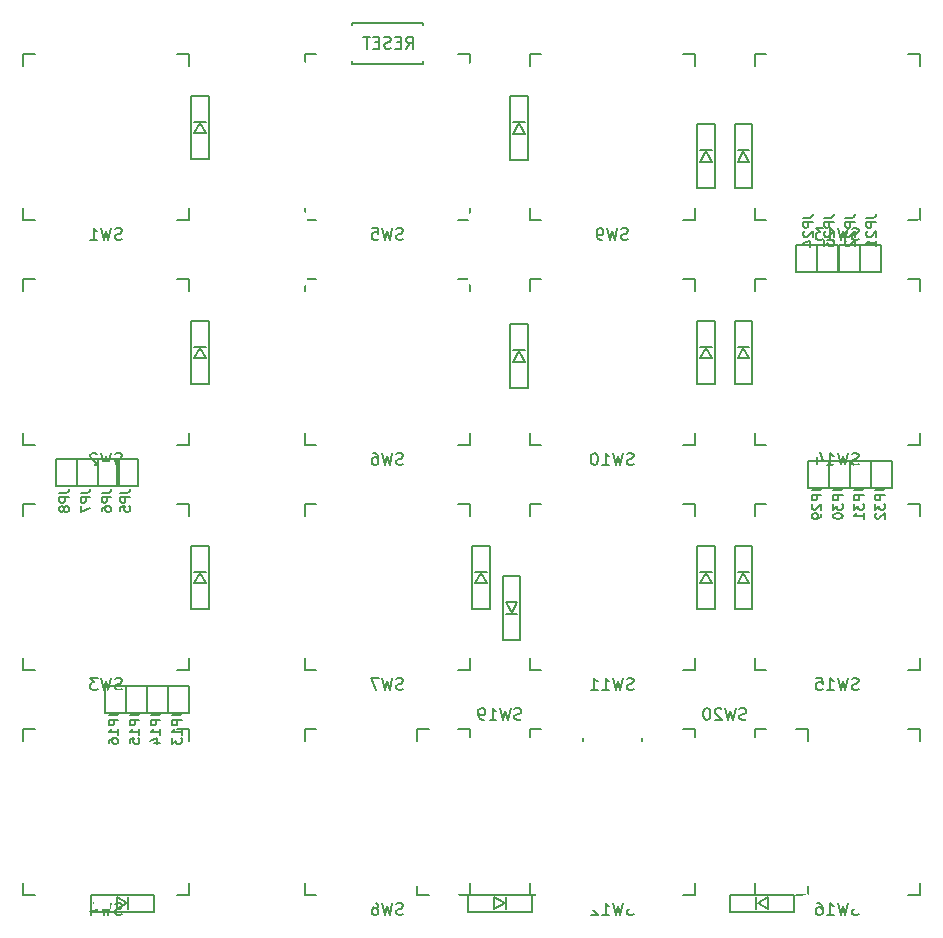
<source format=gbo>
G04 #@! TF.GenerationSoftware,KiCad,Pcbnew,5.1.4+dfsg1-1*
G04 #@! TF.CreationDate,2020-03-28T17:11:53+01:00*
G04 #@! TF.ProjectId,roni4x4ergo,726f6e69-3478-4346-9572-676f2e6b6963,rev?*
G04 #@! TF.SameCoordinates,Original*
G04 #@! TF.FileFunction,Legend,Bot*
G04 #@! TF.FilePolarity,Positive*
%FSLAX46Y46*%
G04 Gerber Fmt 4.6, Leading zero omitted, Abs format (unit mm)*
G04 Created by KiCad (PCBNEW 5.1.4+dfsg1-1) date 2020-03-28 17:11:53*
%MOMM*%
%LPD*%
G04 APERTURE LIST*
%ADD10C,0.150000*%
%ADD11C,0.152400*%
%ADD12R,1.702000X1.702000*%
%ADD13R,1.052000X1.402000*%
%ADD14R,1.499000X1.499000*%
%ADD15C,1.499000*%
%ADD16C,4.089800*%
%ADD17C,3.150000*%
%ADD18C,4.502000*%
%ADD19R,1.245000X0.737000*%
%ADD20C,2.102000*%
%ADD21R,1.402000X1.052000*%
%ADD22C,2.388000*%
%ADD23C,1.803800*%
%ADD24C,1.626000*%
G04 APERTURE END LIST*
D10*
X84131900Y-59127500D02*
X84631900Y-60027500D01*
X84631900Y-60027500D02*
X83631900Y-60027500D01*
X83631900Y-60027500D02*
X84131900Y-59127500D01*
X84631900Y-59027500D02*
X83631900Y-59027500D01*
X84881900Y-62227500D02*
X84881900Y-56827500D01*
X84881900Y-56827500D02*
X83381900Y-56827500D01*
X83381900Y-56827500D02*
X83381900Y-62227500D01*
X83381900Y-62227500D02*
X84881900Y-62227500D01*
X78875146Y-51744690D02*
X78875146Y-49458690D01*
X78875146Y-49458690D02*
X77097146Y-49458690D01*
X77097146Y-49458690D02*
X77097146Y-51744690D01*
X77097146Y-51744690D02*
X78875146Y-51744690D01*
X75509642Y-51744690D02*
X77287642Y-51744690D01*
X75509642Y-49458690D02*
X75509642Y-51744690D01*
X77287642Y-49458690D02*
X75509642Y-49458690D01*
X77287642Y-51744690D02*
X77287642Y-49458690D01*
X75501700Y-51744690D02*
X75501700Y-49458690D01*
X75501700Y-49458690D02*
X73723700Y-49458690D01*
X73723700Y-49458690D02*
X73723700Y-51744690D01*
X73723700Y-51744690D02*
X75501700Y-51744690D01*
X71937758Y-51744690D02*
X73715758Y-51744690D01*
X71937758Y-49458690D02*
X71937758Y-51744690D01*
X73715758Y-49458690D02*
X71937758Y-49458690D01*
X73715758Y-51744690D02*
X73715758Y-49458690D01*
X83240782Y-70993176D02*
X83240782Y-68707176D01*
X83240782Y-68707176D02*
X81462782Y-68707176D01*
X81462782Y-68707176D02*
X81462782Y-70993176D01*
X81462782Y-70993176D02*
X83240782Y-70993176D01*
X79676840Y-70993176D02*
X81454840Y-70993176D01*
X79676840Y-68707176D02*
X79676840Y-70993176D01*
X81454840Y-68707176D02*
X79676840Y-68707176D01*
X81454840Y-70993176D02*
X81454840Y-68707176D01*
X79668898Y-70993176D02*
X79668898Y-68707176D01*
X79668898Y-68707176D02*
X77890898Y-68707176D01*
X77890898Y-68707176D02*
X77890898Y-70993176D01*
X77890898Y-70993176D02*
X79668898Y-70993176D01*
X76104956Y-70993176D02*
X77882956Y-70993176D01*
X76104956Y-68707176D02*
X76104956Y-70993176D01*
X77882956Y-68707176D02*
X76104956Y-68707176D01*
X77882956Y-70993176D02*
X77882956Y-68707176D01*
X141779980Y-31400832D02*
X140001980Y-31400832D01*
X141779980Y-33686832D02*
X141779980Y-31400832D01*
X140001980Y-33686832D02*
X141779980Y-33686832D01*
X140001980Y-31400832D02*
X140001980Y-33686832D01*
X138216038Y-31400832D02*
X138216038Y-33686832D01*
X138216038Y-33686832D02*
X139994038Y-33686832D01*
X139994038Y-33686832D02*
X139994038Y-31400832D01*
X139994038Y-31400832D02*
X138216038Y-31400832D01*
X136430096Y-31400832D02*
X136430096Y-33686832D01*
X136430096Y-33686832D02*
X138208096Y-33686832D01*
X138208096Y-33686832D02*
X138208096Y-31400832D01*
X138208096Y-31400832D02*
X136430096Y-31400832D01*
X136422154Y-31400832D02*
X134644154Y-31400832D01*
X136422154Y-33686832D02*
X136422154Y-31400832D01*
X134644154Y-33686832D02*
X136422154Y-33686832D01*
X134644154Y-31400832D02*
X134644154Y-33686832D01*
X135636344Y-51943128D02*
X137414344Y-51943128D01*
X135636344Y-49657128D02*
X135636344Y-51943128D01*
X137414344Y-49657128D02*
X135636344Y-49657128D01*
X137414344Y-51943128D02*
X137414344Y-49657128D01*
X137422286Y-51943128D02*
X139200286Y-51943128D01*
X137422286Y-49657128D02*
X137422286Y-51943128D01*
X139200286Y-49657128D02*
X137422286Y-49657128D01*
X139200286Y-51943128D02*
X139200286Y-49657128D01*
X140986228Y-51943128D02*
X140986228Y-49657128D01*
X140986228Y-49657128D02*
X139208228Y-49657128D01*
X139208228Y-49657128D02*
X139208228Y-51943128D01*
X139208228Y-51943128D02*
X140986228Y-51943128D01*
X140994170Y-51943128D02*
X142772170Y-51943128D01*
X140994170Y-49657128D02*
X140994170Y-51943128D01*
X142772170Y-49657128D02*
X140994170Y-49657128D01*
X142772170Y-51943128D02*
X142772170Y-49657128D01*
X103012500Y-15786600D02*
X103012500Y-16036600D01*
X103012500Y-16036600D02*
X97012500Y-16036600D01*
X97012500Y-16036600D02*
X97012500Y-15786600D01*
X97012500Y-12786600D02*
X97012500Y-12536600D01*
X97012500Y-12536600D02*
X103012500Y-12536600D01*
X103012500Y-12536600D02*
X103012500Y-12786600D01*
X84131900Y-21029900D02*
X84631900Y-21929900D01*
X84631900Y-21929900D02*
X83631900Y-21929900D01*
X83631900Y-21929900D02*
X84131900Y-21029900D01*
X84631900Y-20929900D02*
X83631900Y-20929900D01*
X84881900Y-24129900D02*
X84881900Y-18729900D01*
X84881900Y-18729900D02*
X83381900Y-18729900D01*
X83381900Y-18729900D02*
X83381900Y-24129900D01*
X83381900Y-24129900D02*
X84881900Y-24129900D01*
X84131900Y-40078700D02*
X84631900Y-40978700D01*
X84631900Y-40978700D02*
X83631900Y-40978700D01*
X83631900Y-40978700D02*
X84131900Y-40078700D01*
X84631900Y-39978700D02*
X83631900Y-39978700D01*
X84881900Y-43178700D02*
X84881900Y-37778700D01*
X84881900Y-37778700D02*
X83381900Y-37778700D01*
X83381900Y-37778700D02*
X83381900Y-43178700D01*
X83381900Y-43178700D02*
X84881900Y-43178700D01*
X77989258Y-87114282D02*
X77089258Y-87614282D01*
X77089258Y-87614282D02*
X77089258Y-86614282D01*
X77089258Y-86614282D02*
X77989258Y-87114282D01*
X78089258Y-87614282D02*
X78089258Y-86614282D01*
X74889258Y-87864282D02*
X80289258Y-87864282D01*
X80289258Y-87864282D02*
X80289258Y-86364282D01*
X80289258Y-86364282D02*
X74889258Y-86364282D01*
X74889258Y-86364282D02*
X74889258Y-87864282D01*
X110420750Y-24180450D02*
X111920750Y-24180450D01*
X110420750Y-18780450D02*
X110420750Y-24180450D01*
X111920750Y-18780450D02*
X110420750Y-18780450D01*
X111920750Y-24180450D02*
X111920750Y-18780450D01*
X111670750Y-20980450D02*
X110670750Y-20980450D01*
X110670750Y-21980450D02*
X111170750Y-21080450D01*
X111670750Y-21980450D02*
X110670750Y-21980450D01*
X111170750Y-21080450D02*
X111670750Y-21980450D01*
X110420750Y-43441300D02*
X111920750Y-43441300D01*
X110420750Y-38041300D02*
X110420750Y-43441300D01*
X111920750Y-38041300D02*
X110420750Y-38041300D01*
X111920750Y-43441300D02*
X111920750Y-38041300D01*
X111670750Y-40241300D02*
X110670750Y-40241300D01*
X110670750Y-41241300D02*
X111170750Y-40341300D01*
X111670750Y-41241300D02*
X110670750Y-41241300D01*
X111170750Y-40341300D02*
X111670750Y-41241300D01*
X107193200Y-62227500D02*
X108693200Y-62227500D01*
X107193200Y-56827500D02*
X107193200Y-62227500D01*
X108693200Y-56827500D02*
X107193200Y-56827500D01*
X108693200Y-62227500D02*
X108693200Y-56827500D01*
X108443200Y-59027500D02*
X107443200Y-59027500D01*
X107443200Y-60027500D02*
X107943200Y-59127500D01*
X108443200Y-60027500D02*
X107443200Y-60027500D01*
X107943200Y-59127500D02*
X108443200Y-60027500D01*
X106837776Y-86364282D02*
X106837776Y-87864282D01*
X112237776Y-86364282D02*
X106837776Y-86364282D01*
X112237776Y-87864282D02*
X112237776Y-86364282D01*
X106837776Y-87864282D02*
X112237776Y-87864282D01*
X110037776Y-87614282D02*
X110037776Y-86614282D01*
X109037776Y-86614282D02*
X109937776Y-87114282D01*
X109037776Y-87614282D02*
X109037776Y-86614282D01*
X109937776Y-87114282D02*
X109037776Y-87614282D01*
X126992000Y-23411150D02*
X127492000Y-24311150D01*
X127492000Y-24311150D02*
X126492000Y-24311150D01*
X126492000Y-24311150D02*
X126992000Y-23411150D01*
X127492000Y-23311150D02*
X126492000Y-23311150D01*
X127742000Y-26511150D02*
X127742000Y-21111150D01*
X127742000Y-21111150D02*
X126242000Y-21111150D01*
X126242000Y-21111150D02*
X126242000Y-26511150D01*
X126242000Y-26511150D02*
X127742000Y-26511150D01*
X126992000Y-40078700D02*
X127492000Y-40978700D01*
X127492000Y-40978700D02*
X126492000Y-40978700D01*
X126492000Y-40978700D02*
X126992000Y-40078700D01*
X127492000Y-39978700D02*
X126492000Y-39978700D01*
X127742000Y-43178700D02*
X127742000Y-37778700D01*
X127742000Y-37778700D02*
X126242000Y-37778700D01*
X126242000Y-37778700D02*
X126242000Y-43178700D01*
X126242000Y-43178700D02*
X127742000Y-43178700D01*
X126992000Y-59127500D02*
X127492000Y-60027500D01*
X127492000Y-60027500D02*
X126492000Y-60027500D01*
X126492000Y-60027500D02*
X126992000Y-59127500D01*
X127492000Y-59027500D02*
X126492000Y-59027500D01*
X127742000Y-62227500D02*
X127742000Y-56827500D01*
X127742000Y-56827500D02*
X126242000Y-56827500D01*
X126242000Y-56827500D02*
X126242000Y-62227500D01*
X126242000Y-62227500D02*
X127742000Y-62227500D01*
X111279966Y-59411094D02*
X109779966Y-59411094D01*
X111279966Y-64811094D02*
X111279966Y-59411094D01*
X109779966Y-64811094D02*
X111279966Y-64811094D01*
X109779966Y-59411094D02*
X109779966Y-64811094D01*
X110029966Y-62611094D02*
X111029966Y-62611094D01*
X111029966Y-61611094D02*
X110529966Y-62511094D01*
X110029966Y-61611094D02*
X111029966Y-61611094D01*
X110529966Y-62511094D02*
X110029966Y-61611094D01*
X129416800Y-26511150D02*
X130916800Y-26511150D01*
X129416800Y-21111150D02*
X129416800Y-26511150D01*
X130916800Y-21111150D02*
X129416800Y-21111150D01*
X130916800Y-26511150D02*
X130916800Y-21111150D01*
X130666800Y-23311150D02*
X129666800Y-23311150D01*
X129666800Y-24311150D02*
X130166800Y-23411150D01*
X130666800Y-24311150D02*
X129666800Y-24311150D01*
X130166800Y-23411150D02*
X130666800Y-24311150D01*
X129416800Y-43178700D02*
X130916800Y-43178700D01*
X129416800Y-37778700D02*
X129416800Y-43178700D01*
X130916800Y-37778700D02*
X129416800Y-37778700D01*
X130916800Y-43178700D02*
X130916800Y-37778700D01*
X130666800Y-39978700D02*
X129666800Y-39978700D01*
X129666800Y-40978700D02*
X130166800Y-40078700D01*
X130666800Y-40978700D02*
X129666800Y-40978700D01*
X130166800Y-40078700D02*
X130666800Y-40978700D01*
X129416800Y-62227500D02*
X130916800Y-62227500D01*
X129416800Y-56827500D02*
X129416800Y-62227500D01*
X130916800Y-56827500D02*
X129416800Y-56827500D01*
X130916800Y-62227500D02*
X130916800Y-56827500D01*
X130666800Y-59027500D02*
X129666800Y-59027500D01*
X129666800Y-60027500D02*
X130166800Y-59127500D01*
X130666800Y-60027500D02*
X129666800Y-60027500D01*
X130166800Y-59127500D02*
X130666800Y-60027500D01*
X131362832Y-87114282D02*
X132262832Y-86614282D01*
X132262832Y-86614282D02*
X132262832Y-87614282D01*
X132262832Y-87614282D02*
X131362832Y-87114282D01*
X131262832Y-86614282D02*
X131262832Y-87614282D01*
X134462832Y-86364282D02*
X129062832Y-86364282D01*
X129062832Y-86364282D02*
X129062832Y-87864282D01*
X129062832Y-87864282D02*
X134462832Y-87864282D01*
X134462832Y-87864282D02*
X134462832Y-86364282D01*
X83194900Y-28223600D02*
X83194900Y-29223600D01*
X83194900Y-15223600D02*
X83194900Y-16223600D01*
X82194900Y-15223600D02*
X83194900Y-15223600D01*
X69194900Y-16223600D02*
X69194900Y-15223600D01*
X69194900Y-15223600D02*
X70194900Y-15223600D01*
X69194900Y-29223600D02*
X69194900Y-28223600D01*
X70194900Y-29223600D02*
X69194900Y-29223600D01*
X83194900Y-29223600D02*
X82194900Y-29223600D01*
X83194900Y-48272400D02*
X82194900Y-48272400D01*
X70194900Y-48272400D02*
X69194900Y-48272400D01*
X69194900Y-48272400D02*
X69194900Y-47272400D01*
X69194900Y-34272400D02*
X70194900Y-34272400D01*
X69194900Y-35272400D02*
X69194900Y-34272400D01*
X82194900Y-34272400D02*
X83194900Y-34272400D01*
X83194900Y-34272400D02*
X83194900Y-35272400D01*
X83194900Y-47272400D02*
X83194900Y-48272400D01*
X83194900Y-66321200D02*
X83194900Y-67321200D01*
X83194900Y-53321200D02*
X83194900Y-54321200D01*
X82194900Y-53321200D02*
X83194900Y-53321200D01*
X69194900Y-54321200D02*
X69194900Y-53321200D01*
X69194900Y-53321200D02*
X70194900Y-53321200D01*
X69194900Y-67321200D02*
X69194900Y-66321200D01*
X70194900Y-67321200D02*
X69194900Y-67321200D01*
X83194900Y-67321200D02*
X82194900Y-67321200D01*
X83194900Y-85370000D02*
X83194900Y-86370000D01*
X83194900Y-72370000D02*
X83194900Y-73370000D01*
X82194900Y-72370000D02*
X83194900Y-72370000D01*
X69194900Y-73370000D02*
X69194900Y-72370000D01*
X69194900Y-72370000D02*
X70194900Y-72370000D01*
X69194900Y-86370000D02*
X69194900Y-85370000D01*
X70194900Y-86370000D02*
X69194900Y-86370000D01*
X83194900Y-86370000D02*
X82194900Y-86370000D01*
X107006200Y-28223600D02*
X107006200Y-29223600D01*
X107006200Y-15223600D02*
X107006200Y-16223600D01*
X106006200Y-15223600D02*
X107006200Y-15223600D01*
X93006200Y-16223600D02*
X93006200Y-15223600D01*
X93006200Y-15223600D02*
X94006200Y-15223600D01*
X93006200Y-29223600D02*
X93006200Y-28223600D01*
X94006200Y-29223600D02*
X93006200Y-29223600D01*
X107006200Y-29223600D02*
X106006200Y-29223600D01*
X107006200Y-48272400D02*
X106006200Y-48272400D01*
X94006200Y-48272400D02*
X93006200Y-48272400D01*
X93006200Y-48272400D02*
X93006200Y-47272400D01*
X93006200Y-34272400D02*
X94006200Y-34272400D01*
X93006200Y-35272400D02*
X93006200Y-34272400D01*
X106006200Y-34272400D02*
X107006200Y-34272400D01*
X107006200Y-34272400D02*
X107006200Y-35272400D01*
X107006200Y-47272400D02*
X107006200Y-48272400D01*
X107006200Y-67321200D02*
X106006200Y-67321200D01*
X94006200Y-67321200D02*
X93006200Y-67321200D01*
X93006200Y-67321200D02*
X93006200Y-66321200D01*
X93006200Y-53321200D02*
X94006200Y-53321200D01*
X93006200Y-54321200D02*
X93006200Y-53321200D01*
X106006200Y-53321200D02*
X107006200Y-53321200D01*
X107006200Y-53321200D02*
X107006200Y-54321200D01*
X107006200Y-66321200D02*
X107006200Y-67321200D01*
X107006200Y-86370000D02*
X106006200Y-86370000D01*
X94006200Y-86370000D02*
X93006200Y-86370000D01*
X93006200Y-86370000D02*
X93006200Y-85370000D01*
X93006200Y-72370000D02*
X94006200Y-72370000D01*
X93006200Y-73370000D02*
X93006200Y-72370000D01*
X106006200Y-72370000D02*
X107006200Y-72370000D01*
X107006200Y-72370000D02*
X107006200Y-73370000D01*
X107006200Y-85370000D02*
X107006200Y-86370000D01*
X126055000Y-29223600D02*
X125055000Y-29223600D01*
X113055000Y-29223600D02*
X112055000Y-29223600D01*
X112055000Y-29223600D02*
X112055000Y-28223600D01*
X112055000Y-15223600D02*
X113055000Y-15223600D01*
X112055000Y-16223600D02*
X112055000Y-15223600D01*
X125055000Y-15223600D02*
X126055000Y-15223600D01*
X126055000Y-15223600D02*
X126055000Y-16223600D01*
X126055000Y-28223600D02*
X126055000Y-29223600D01*
X126055000Y-47272400D02*
X126055000Y-48272400D01*
X126055000Y-34272400D02*
X126055000Y-35272400D01*
X125055000Y-34272400D02*
X126055000Y-34272400D01*
X112055000Y-35272400D02*
X112055000Y-34272400D01*
X112055000Y-34272400D02*
X113055000Y-34272400D01*
X112055000Y-48272400D02*
X112055000Y-47272400D01*
X113055000Y-48272400D02*
X112055000Y-48272400D01*
X126055000Y-48272400D02*
X125055000Y-48272400D01*
X126055000Y-66321200D02*
X126055000Y-67321200D01*
X126055000Y-53321200D02*
X126055000Y-54321200D01*
X125055000Y-53321200D02*
X126055000Y-53321200D01*
X112055000Y-54321200D02*
X112055000Y-53321200D01*
X112055000Y-53321200D02*
X113055000Y-53321200D01*
X112055000Y-67321200D02*
X112055000Y-66321200D01*
X113055000Y-67321200D02*
X112055000Y-67321200D01*
X126055000Y-67321200D02*
X125055000Y-67321200D01*
X126055000Y-85370000D02*
X126055000Y-86370000D01*
X126055000Y-72370000D02*
X126055000Y-73370000D01*
X125055000Y-72370000D02*
X126055000Y-72370000D01*
X112055000Y-73370000D02*
X112055000Y-72370000D01*
X112055000Y-72370000D02*
X113055000Y-72370000D01*
X112055000Y-86370000D02*
X112055000Y-85370000D01*
X113055000Y-86370000D02*
X112055000Y-86370000D01*
X126055000Y-86370000D02*
X125055000Y-86370000D01*
X145103800Y-28223600D02*
X145103800Y-29223600D01*
X145103800Y-15223600D02*
X145103800Y-16223600D01*
X144103800Y-15223600D02*
X145103800Y-15223600D01*
X131103800Y-16223600D02*
X131103800Y-15223600D01*
X131103800Y-15223600D02*
X132103800Y-15223600D01*
X131103800Y-29223600D02*
X131103800Y-28223600D01*
X132103800Y-29223600D02*
X131103800Y-29223600D01*
X145103800Y-29223600D02*
X144103800Y-29223600D01*
X145103800Y-48272400D02*
X144103800Y-48272400D01*
X132103800Y-48272400D02*
X131103800Y-48272400D01*
X131103800Y-48272400D02*
X131103800Y-47272400D01*
X131103800Y-34272400D02*
X132103800Y-34272400D01*
X131103800Y-35272400D02*
X131103800Y-34272400D01*
X144103800Y-34272400D02*
X145103800Y-34272400D01*
X145103800Y-34272400D02*
X145103800Y-35272400D01*
X145103800Y-47272400D02*
X145103800Y-48272400D01*
X145103800Y-67321200D02*
X144103800Y-67321200D01*
X132103800Y-67321200D02*
X131103800Y-67321200D01*
X131103800Y-67321200D02*
X131103800Y-66321200D01*
X131103800Y-53321200D02*
X132103800Y-53321200D01*
X131103800Y-54321200D02*
X131103800Y-53321200D01*
X144103800Y-53321200D02*
X145103800Y-53321200D01*
X145103800Y-53321200D02*
X145103800Y-54321200D01*
X145103800Y-66321200D02*
X145103800Y-67321200D01*
X145103800Y-86370000D02*
X144103800Y-86370000D01*
X132103800Y-86370000D02*
X131103800Y-86370000D01*
X131103800Y-86370000D02*
X131103800Y-85370000D01*
X131103800Y-72370000D02*
X132103800Y-72370000D01*
X131103800Y-73370000D02*
X131103800Y-72370000D01*
X144103800Y-72370000D02*
X145103800Y-72370000D01*
X145103800Y-72370000D02*
X145103800Y-73370000D01*
X145103800Y-85370000D02*
X145103800Y-86370000D01*
X102537776Y-73375200D02*
X102537776Y-72375200D01*
X102537776Y-86375200D02*
X102537776Y-85375200D01*
X103537776Y-86375200D02*
X102537776Y-86375200D01*
X116537776Y-85375200D02*
X116537776Y-86375200D01*
X116537776Y-86375200D02*
X115537776Y-86375200D01*
X116537776Y-72375200D02*
X116537776Y-73375200D01*
X115537776Y-72375200D02*
X116537776Y-72375200D01*
X102537776Y-72375200D02*
X103537776Y-72375200D01*
X121587824Y-73375200D02*
X121587824Y-72375200D01*
X121587824Y-86375200D02*
X121587824Y-85375200D01*
X122587824Y-86375200D02*
X121587824Y-86375200D01*
X135587824Y-85375200D02*
X135587824Y-86375200D01*
X135587824Y-86375200D02*
X134587824Y-86375200D01*
X135587824Y-72375200D02*
X135587824Y-73375200D01*
X134587824Y-72375200D02*
X135587824Y-72375200D01*
X121587824Y-72375200D02*
X122587824Y-72375200D01*
D11*
X77414041Y-52337356D02*
X77994612Y-52337356D01*
X78110726Y-52298651D01*
X78188136Y-52221242D01*
X78226841Y-52105128D01*
X78226841Y-52027718D01*
X78226841Y-52724404D02*
X77414041Y-52724404D01*
X77414041Y-53034042D01*
X77452746Y-53111451D01*
X77491450Y-53150156D01*
X77568860Y-53188861D01*
X77684974Y-53188861D01*
X77762384Y-53150156D01*
X77801088Y-53111451D01*
X77839793Y-53034042D01*
X77839793Y-52724404D01*
X77414041Y-53924251D02*
X77414041Y-53537204D01*
X77801088Y-53498499D01*
X77762384Y-53537204D01*
X77723679Y-53614613D01*
X77723679Y-53808137D01*
X77762384Y-53885547D01*
X77801088Y-53924251D01*
X77878498Y-53962956D01*
X78072022Y-53962956D01*
X78149431Y-53924251D01*
X78188136Y-53885547D01*
X78226841Y-53808137D01*
X78226841Y-53614613D01*
X78188136Y-53537204D01*
X78149431Y-53498499D01*
X75826537Y-52337356D02*
X76407108Y-52337356D01*
X76523222Y-52298651D01*
X76600632Y-52221242D01*
X76639337Y-52105128D01*
X76639337Y-52027718D01*
X76639337Y-52724404D02*
X75826537Y-52724404D01*
X75826537Y-53034042D01*
X75865242Y-53111451D01*
X75903946Y-53150156D01*
X75981356Y-53188861D01*
X76097470Y-53188861D01*
X76174880Y-53150156D01*
X76213584Y-53111451D01*
X76252289Y-53034042D01*
X76252289Y-52724404D01*
X75826537Y-53885547D02*
X75826537Y-53730728D01*
X75865242Y-53653318D01*
X75903946Y-53614613D01*
X76020061Y-53537204D01*
X76174880Y-53498499D01*
X76484518Y-53498499D01*
X76561927Y-53537204D01*
X76600632Y-53575909D01*
X76639337Y-53653318D01*
X76639337Y-53808137D01*
X76600632Y-53885547D01*
X76561927Y-53924251D01*
X76484518Y-53962956D01*
X76290994Y-53962956D01*
X76213584Y-53924251D01*
X76174880Y-53885547D01*
X76136175Y-53808137D01*
X76136175Y-53653318D01*
X76174880Y-53575909D01*
X76213584Y-53537204D01*
X76290994Y-53498499D01*
X74040595Y-52337356D02*
X74621166Y-52337356D01*
X74737280Y-52298651D01*
X74814690Y-52221242D01*
X74853395Y-52105128D01*
X74853395Y-52027718D01*
X74853395Y-52724404D02*
X74040595Y-52724404D01*
X74040595Y-53034042D01*
X74079300Y-53111451D01*
X74118004Y-53150156D01*
X74195414Y-53188861D01*
X74311528Y-53188861D01*
X74388938Y-53150156D01*
X74427642Y-53111451D01*
X74466347Y-53034042D01*
X74466347Y-52724404D01*
X74040595Y-53459794D02*
X74040595Y-54001661D01*
X74853395Y-53653318D01*
X72254653Y-52337356D02*
X72835224Y-52337356D01*
X72951338Y-52298651D01*
X73028748Y-52221242D01*
X73067453Y-52105128D01*
X73067453Y-52027718D01*
X73067453Y-52724404D02*
X72254653Y-52724404D01*
X72254653Y-53034042D01*
X72293358Y-53111451D01*
X72332062Y-53150156D01*
X72409472Y-53188861D01*
X72525586Y-53188861D01*
X72602996Y-53150156D01*
X72641700Y-53111451D01*
X72680405Y-53034042D01*
X72680405Y-52724404D01*
X72602996Y-53653318D02*
X72564291Y-53575909D01*
X72525586Y-53537204D01*
X72448177Y-53498499D01*
X72409472Y-53498499D01*
X72332062Y-53537204D01*
X72293358Y-53575909D01*
X72254653Y-53653318D01*
X72254653Y-53808137D01*
X72293358Y-53885547D01*
X72332062Y-53924251D01*
X72409472Y-53962956D01*
X72448177Y-53962956D01*
X72525586Y-53924251D01*
X72564291Y-53885547D01*
X72602996Y-53808137D01*
X72602996Y-53653318D01*
X72641700Y-53575909D01*
X72680405Y-53537204D01*
X72757815Y-53498499D01*
X72912634Y-53498499D01*
X72990043Y-53537204D01*
X73028748Y-53575909D01*
X73067453Y-53653318D01*
X73067453Y-53808137D01*
X73028748Y-53885547D01*
X72990043Y-53924251D01*
X72912634Y-53962956D01*
X72757815Y-53962956D01*
X72680405Y-53924251D01*
X72641700Y-53885547D01*
X72602996Y-53808137D01*
X81779677Y-71198795D02*
X82360248Y-71198795D01*
X82476362Y-71160090D01*
X82553772Y-71082680D01*
X82592477Y-70966566D01*
X82592477Y-70889156D01*
X82592477Y-71585842D02*
X81779677Y-71585842D01*
X81779677Y-71895480D01*
X81818382Y-71972890D01*
X81857086Y-72011595D01*
X81934496Y-72050299D01*
X82050610Y-72050299D01*
X82128020Y-72011595D01*
X82166724Y-71972890D01*
X82205429Y-71895480D01*
X82205429Y-71585842D01*
X82592477Y-72824395D02*
X82592477Y-72359937D01*
X82592477Y-72592166D02*
X81779677Y-72592166D01*
X81895791Y-72514756D01*
X81973201Y-72437347D01*
X82011905Y-72359937D01*
X81779677Y-73095328D02*
X81779677Y-73598490D01*
X82089315Y-73327556D01*
X82089315Y-73443671D01*
X82128020Y-73521080D01*
X82166724Y-73559785D01*
X82244134Y-73598490D01*
X82437658Y-73598490D01*
X82515067Y-73559785D01*
X82553772Y-73521080D01*
X82592477Y-73443671D01*
X82592477Y-73211442D01*
X82553772Y-73134033D01*
X82515067Y-73095328D01*
X79993735Y-71198795D02*
X80574306Y-71198795D01*
X80690420Y-71160090D01*
X80767830Y-71082680D01*
X80806535Y-70966566D01*
X80806535Y-70889156D01*
X80806535Y-71585842D02*
X79993735Y-71585842D01*
X79993735Y-71895480D01*
X80032440Y-71972890D01*
X80071144Y-72011595D01*
X80148554Y-72050299D01*
X80264668Y-72050299D01*
X80342078Y-72011595D01*
X80380782Y-71972890D01*
X80419487Y-71895480D01*
X80419487Y-71585842D01*
X80806535Y-72824395D02*
X80806535Y-72359937D01*
X80806535Y-72592166D02*
X79993735Y-72592166D01*
X80109849Y-72514756D01*
X80187259Y-72437347D01*
X80225963Y-72359937D01*
X80264668Y-73521080D02*
X80806535Y-73521080D01*
X79955030Y-73327556D02*
X80535601Y-73134033D01*
X80535601Y-73637195D01*
X78207793Y-71198795D02*
X78788364Y-71198795D01*
X78904478Y-71160090D01*
X78981888Y-71082680D01*
X79020593Y-70966566D01*
X79020593Y-70889156D01*
X79020593Y-71585842D02*
X78207793Y-71585842D01*
X78207793Y-71895480D01*
X78246498Y-71972890D01*
X78285202Y-72011595D01*
X78362612Y-72050299D01*
X78478726Y-72050299D01*
X78556136Y-72011595D01*
X78594840Y-71972890D01*
X78633545Y-71895480D01*
X78633545Y-71585842D01*
X79020593Y-72824395D02*
X79020593Y-72359937D01*
X79020593Y-72592166D02*
X78207793Y-72592166D01*
X78323907Y-72514756D01*
X78401317Y-72437347D01*
X78440021Y-72359937D01*
X78207793Y-73559785D02*
X78207793Y-73172737D01*
X78594840Y-73134033D01*
X78556136Y-73172737D01*
X78517431Y-73250147D01*
X78517431Y-73443671D01*
X78556136Y-73521080D01*
X78594840Y-73559785D01*
X78672250Y-73598490D01*
X78865774Y-73598490D01*
X78943183Y-73559785D01*
X78981888Y-73521080D01*
X79020593Y-73443671D01*
X79020593Y-73250147D01*
X78981888Y-73172737D01*
X78943183Y-73134033D01*
X76421851Y-71198795D02*
X77002422Y-71198795D01*
X77118536Y-71160090D01*
X77195946Y-71082680D01*
X77234651Y-70966566D01*
X77234651Y-70889156D01*
X77234651Y-71585842D02*
X76421851Y-71585842D01*
X76421851Y-71895480D01*
X76460556Y-71972890D01*
X76499260Y-72011595D01*
X76576670Y-72050299D01*
X76692784Y-72050299D01*
X76770194Y-72011595D01*
X76808898Y-71972890D01*
X76847603Y-71895480D01*
X76847603Y-71585842D01*
X77234651Y-72824395D02*
X77234651Y-72359937D01*
X77234651Y-72592166D02*
X76421851Y-72592166D01*
X76537965Y-72514756D01*
X76615375Y-72437347D01*
X76654079Y-72359937D01*
X76421851Y-73521080D02*
X76421851Y-73366261D01*
X76460556Y-73288852D01*
X76499260Y-73250147D01*
X76615375Y-73172737D01*
X76770194Y-73134033D01*
X77079832Y-73134033D01*
X77157241Y-73172737D01*
X77195946Y-73211442D01*
X77234651Y-73288852D01*
X77234651Y-73443671D01*
X77195946Y-73521080D01*
X77157241Y-73559785D01*
X77079832Y-73598490D01*
X76886308Y-73598490D01*
X76808898Y-73559785D01*
X76770194Y-73521080D01*
X76731489Y-73443671D01*
X76731489Y-73288852D01*
X76770194Y-73211442D01*
X76808898Y-73172737D01*
X76886308Y-73134033D01*
X140572875Y-29066451D02*
X141153446Y-29066451D01*
X141269560Y-29027746D01*
X141346970Y-28950336D01*
X141385675Y-28834222D01*
X141385675Y-28756812D01*
X141385675Y-29453498D02*
X140572875Y-29453498D01*
X140572875Y-29763136D01*
X140611580Y-29840546D01*
X140650284Y-29879251D01*
X140727694Y-29917955D01*
X140843808Y-29917955D01*
X140921218Y-29879251D01*
X140959922Y-29840546D01*
X140998627Y-29763136D01*
X140998627Y-29453498D01*
X140650284Y-30227593D02*
X140611580Y-30266298D01*
X140572875Y-30343708D01*
X140572875Y-30537232D01*
X140611580Y-30614641D01*
X140650284Y-30653346D01*
X140727694Y-30692051D01*
X140805103Y-30692051D01*
X140921218Y-30653346D01*
X141385675Y-30188889D01*
X141385675Y-30692051D01*
X141385675Y-31466146D02*
X141385675Y-31001689D01*
X141385675Y-31233917D02*
X140572875Y-31233917D01*
X140688989Y-31156508D01*
X140766399Y-31079098D01*
X140805103Y-31001689D01*
X138786933Y-29066451D02*
X139367504Y-29066451D01*
X139483618Y-29027746D01*
X139561028Y-28950336D01*
X139599733Y-28834222D01*
X139599733Y-28756812D01*
X139599733Y-29453498D02*
X138786933Y-29453498D01*
X138786933Y-29763136D01*
X138825638Y-29840546D01*
X138864342Y-29879251D01*
X138941752Y-29917955D01*
X139057866Y-29917955D01*
X139135276Y-29879251D01*
X139173980Y-29840546D01*
X139212685Y-29763136D01*
X139212685Y-29453498D01*
X138864342Y-30227593D02*
X138825638Y-30266298D01*
X138786933Y-30343708D01*
X138786933Y-30537232D01*
X138825638Y-30614641D01*
X138864342Y-30653346D01*
X138941752Y-30692051D01*
X139019161Y-30692051D01*
X139135276Y-30653346D01*
X139599733Y-30188889D01*
X139599733Y-30692051D01*
X138864342Y-31001689D02*
X138825638Y-31040393D01*
X138786933Y-31117803D01*
X138786933Y-31311327D01*
X138825638Y-31388736D01*
X138864342Y-31427441D01*
X138941752Y-31466146D01*
X139019161Y-31466146D01*
X139135276Y-31427441D01*
X139599733Y-30962984D01*
X139599733Y-31466146D01*
X137000991Y-29066451D02*
X137581562Y-29066451D01*
X137697676Y-29027746D01*
X137775086Y-28950336D01*
X137813791Y-28834222D01*
X137813791Y-28756812D01*
X137813791Y-29453498D02*
X137000991Y-29453498D01*
X137000991Y-29763136D01*
X137039696Y-29840546D01*
X137078400Y-29879251D01*
X137155810Y-29917955D01*
X137271924Y-29917955D01*
X137349334Y-29879251D01*
X137388038Y-29840546D01*
X137426743Y-29763136D01*
X137426743Y-29453498D01*
X137078400Y-30227593D02*
X137039696Y-30266298D01*
X137000991Y-30343708D01*
X137000991Y-30537232D01*
X137039696Y-30614641D01*
X137078400Y-30653346D01*
X137155810Y-30692051D01*
X137233219Y-30692051D01*
X137349334Y-30653346D01*
X137813791Y-30188889D01*
X137813791Y-30692051D01*
X137000991Y-30962984D02*
X137000991Y-31466146D01*
X137310629Y-31195212D01*
X137310629Y-31311327D01*
X137349334Y-31388736D01*
X137388038Y-31427441D01*
X137465448Y-31466146D01*
X137658972Y-31466146D01*
X137736381Y-31427441D01*
X137775086Y-31388736D01*
X137813791Y-31311327D01*
X137813791Y-31079098D01*
X137775086Y-31001689D01*
X137736381Y-30962984D01*
X135215049Y-29066451D02*
X135795620Y-29066451D01*
X135911734Y-29027746D01*
X135989144Y-28950336D01*
X136027849Y-28834222D01*
X136027849Y-28756812D01*
X136027849Y-29453498D02*
X135215049Y-29453498D01*
X135215049Y-29763136D01*
X135253754Y-29840546D01*
X135292458Y-29879251D01*
X135369868Y-29917955D01*
X135485982Y-29917955D01*
X135563392Y-29879251D01*
X135602096Y-29840546D01*
X135640801Y-29763136D01*
X135640801Y-29453498D01*
X135292458Y-30227593D02*
X135253754Y-30266298D01*
X135215049Y-30343708D01*
X135215049Y-30537232D01*
X135253754Y-30614641D01*
X135292458Y-30653346D01*
X135369868Y-30692051D01*
X135447277Y-30692051D01*
X135563392Y-30653346D01*
X136027849Y-30188889D01*
X136027849Y-30692051D01*
X135485982Y-31388736D02*
X136027849Y-31388736D01*
X135176344Y-31195212D02*
X135756915Y-31001689D01*
X135756915Y-31504851D01*
X135953239Y-52148747D02*
X136533810Y-52148747D01*
X136649924Y-52110042D01*
X136727334Y-52032632D01*
X136766039Y-51916518D01*
X136766039Y-51839108D01*
X136766039Y-52535794D02*
X135953239Y-52535794D01*
X135953239Y-52845432D01*
X135991944Y-52922842D01*
X136030648Y-52961547D01*
X136108058Y-53000251D01*
X136224172Y-53000251D01*
X136301582Y-52961547D01*
X136340286Y-52922842D01*
X136378991Y-52845432D01*
X136378991Y-52535794D01*
X136030648Y-53309889D02*
X135991944Y-53348594D01*
X135953239Y-53426004D01*
X135953239Y-53619528D01*
X135991944Y-53696937D01*
X136030648Y-53735642D01*
X136108058Y-53774347D01*
X136185467Y-53774347D01*
X136301582Y-53735642D01*
X136766039Y-53271185D01*
X136766039Y-53774347D01*
X136766039Y-54161394D02*
X136766039Y-54316213D01*
X136727334Y-54393623D01*
X136688629Y-54432328D01*
X136572515Y-54509737D01*
X136417696Y-54548442D01*
X136108058Y-54548442D01*
X136030648Y-54509737D01*
X135991944Y-54471032D01*
X135953239Y-54393623D01*
X135953239Y-54238804D01*
X135991944Y-54161394D01*
X136030648Y-54122689D01*
X136108058Y-54083985D01*
X136301582Y-54083985D01*
X136378991Y-54122689D01*
X136417696Y-54161394D01*
X136456401Y-54238804D01*
X136456401Y-54393623D01*
X136417696Y-54471032D01*
X136378991Y-54509737D01*
X136301582Y-54548442D01*
X137739181Y-52148747D02*
X138319752Y-52148747D01*
X138435866Y-52110042D01*
X138513276Y-52032632D01*
X138551981Y-51916518D01*
X138551981Y-51839108D01*
X138551981Y-52535794D02*
X137739181Y-52535794D01*
X137739181Y-52845432D01*
X137777886Y-52922842D01*
X137816590Y-52961547D01*
X137894000Y-53000251D01*
X138010114Y-53000251D01*
X138087524Y-52961547D01*
X138126228Y-52922842D01*
X138164933Y-52845432D01*
X138164933Y-52535794D01*
X137739181Y-53271185D02*
X137739181Y-53774347D01*
X138048819Y-53503413D01*
X138048819Y-53619528D01*
X138087524Y-53696937D01*
X138126228Y-53735642D01*
X138203638Y-53774347D01*
X138397162Y-53774347D01*
X138474571Y-53735642D01*
X138513276Y-53696937D01*
X138551981Y-53619528D01*
X138551981Y-53387299D01*
X138513276Y-53309889D01*
X138474571Y-53271185D01*
X137739181Y-54277508D02*
X137739181Y-54354918D01*
X137777886Y-54432328D01*
X137816590Y-54471032D01*
X137894000Y-54509737D01*
X138048819Y-54548442D01*
X138242343Y-54548442D01*
X138397162Y-54509737D01*
X138474571Y-54471032D01*
X138513276Y-54432328D01*
X138551981Y-54354918D01*
X138551981Y-54277508D01*
X138513276Y-54200099D01*
X138474571Y-54161394D01*
X138397162Y-54122689D01*
X138242343Y-54083985D01*
X138048819Y-54083985D01*
X137894000Y-54122689D01*
X137816590Y-54161394D01*
X137777886Y-54200099D01*
X137739181Y-54277508D01*
X139525123Y-52148747D02*
X140105694Y-52148747D01*
X140221808Y-52110042D01*
X140299218Y-52032632D01*
X140337923Y-51916518D01*
X140337923Y-51839108D01*
X140337923Y-52535794D02*
X139525123Y-52535794D01*
X139525123Y-52845432D01*
X139563828Y-52922842D01*
X139602532Y-52961547D01*
X139679942Y-53000251D01*
X139796056Y-53000251D01*
X139873466Y-52961547D01*
X139912170Y-52922842D01*
X139950875Y-52845432D01*
X139950875Y-52535794D01*
X139525123Y-53271185D02*
X139525123Y-53774347D01*
X139834761Y-53503413D01*
X139834761Y-53619528D01*
X139873466Y-53696937D01*
X139912170Y-53735642D01*
X139989580Y-53774347D01*
X140183104Y-53774347D01*
X140260513Y-53735642D01*
X140299218Y-53696937D01*
X140337923Y-53619528D01*
X140337923Y-53387299D01*
X140299218Y-53309889D01*
X140260513Y-53271185D01*
X140337923Y-54548442D02*
X140337923Y-54083985D01*
X140337923Y-54316213D02*
X139525123Y-54316213D01*
X139641237Y-54238804D01*
X139718647Y-54161394D01*
X139757351Y-54083985D01*
X141311065Y-52148747D02*
X141891636Y-52148747D01*
X142007750Y-52110042D01*
X142085160Y-52032632D01*
X142123865Y-51916518D01*
X142123865Y-51839108D01*
X142123865Y-52535794D02*
X141311065Y-52535794D01*
X141311065Y-52845432D01*
X141349770Y-52922842D01*
X141388474Y-52961547D01*
X141465884Y-53000251D01*
X141581998Y-53000251D01*
X141659408Y-52961547D01*
X141698112Y-52922842D01*
X141736817Y-52845432D01*
X141736817Y-52535794D01*
X141311065Y-53271185D02*
X141311065Y-53774347D01*
X141620703Y-53503413D01*
X141620703Y-53619528D01*
X141659408Y-53696937D01*
X141698112Y-53735642D01*
X141775522Y-53774347D01*
X141969046Y-53774347D01*
X142046455Y-53735642D01*
X142085160Y-53696937D01*
X142123865Y-53619528D01*
X142123865Y-53387299D01*
X142085160Y-53309889D01*
X142046455Y-53271185D01*
X141388474Y-54083985D02*
X141349770Y-54122689D01*
X141311065Y-54200099D01*
X141311065Y-54393623D01*
X141349770Y-54471032D01*
X141388474Y-54509737D01*
X141465884Y-54548442D01*
X141543293Y-54548442D01*
X141659408Y-54509737D01*
X142123865Y-54045280D01*
X142123865Y-54548442D01*
D10*
X101591880Y-14738980D02*
X101925214Y-14262790D01*
X102163309Y-14738980D02*
X102163309Y-13738980D01*
X101782357Y-13738980D01*
X101687119Y-13786600D01*
X101639500Y-13834219D01*
X101591880Y-13929457D01*
X101591880Y-14072314D01*
X101639500Y-14167552D01*
X101687119Y-14215171D01*
X101782357Y-14262790D01*
X102163309Y-14262790D01*
X101163309Y-14215171D02*
X100829976Y-14215171D01*
X100687119Y-14738980D02*
X101163309Y-14738980D01*
X101163309Y-13738980D01*
X100687119Y-13738980D01*
X100306166Y-14691361D02*
X100163309Y-14738980D01*
X99925214Y-14738980D01*
X99829976Y-14691361D01*
X99782357Y-14643742D01*
X99734738Y-14548504D01*
X99734738Y-14453266D01*
X99782357Y-14358028D01*
X99829976Y-14310409D01*
X99925214Y-14262790D01*
X100115690Y-14215171D01*
X100210928Y-14167552D01*
X100258547Y-14119933D01*
X100306166Y-14024695D01*
X100306166Y-13929457D01*
X100258547Y-13834219D01*
X100210928Y-13786600D01*
X100115690Y-13738980D01*
X99877595Y-13738980D01*
X99734738Y-13786600D01*
X99306166Y-14215171D02*
X98972833Y-14215171D01*
X98829976Y-14738980D02*
X99306166Y-14738980D01*
X99306166Y-13738980D01*
X98829976Y-13738980D01*
X98544261Y-13738980D02*
X97972833Y-13738980D01*
X98258547Y-14738980D02*
X98258547Y-13738980D01*
X77528233Y-30883361D02*
X77385376Y-30930980D01*
X77147280Y-30930980D01*
X77052042Y-30883361D01*
X77004423Y-30835742D01*
X76956804Y-30740504D01*
X76956804Y-30645266D01*
X77004423Y-30550028D01*
X77052042Y-30502409D01*
X77147280Y-30454790D01*
X77337757Y-30407171D01*
X77432995Y-30359552D01*
X77480614Y-30311933D01*
X77528233Y-30216695D01*
X77528233Y-30121457D01*
X77480614Y-30026219D01*
X77432995Y-29978600D01*
X77337757Y-29930980D01*
X77099661Y-29930980D01*
X76956804Y-29978600D01*
X76623471Y-29930980D02*
X76385376Y-30930980D01*
X76194900Y-30216695D01*
X76004423Y-30930980D01*
X75766328Y-29930980D01*
X74861566Y-30930980D02*
X75432995Y-30930980D01*
X75147280Y-30930980D02*
X75147280Y-29930980D01*
X75242519Y-30073838D01*
X75337757Y-30169076D01*
X75432995Y-30216695D01*
X77528233Y-49932161D02*
X77385376Y-49979780D01*
X77147280Y-49979780D01*
X77052042Y-49932161D01*
X77004423Y-49884542D01*
X76956804Y-49789304D01*
X76956804Y-49694066D01*
X77004423Y-49598828D01*
X77052042Y-49551209D01*
X77147280Y-49503590D01*
X77337757Y-49455971D01*
X77432995Y-49408352D01*
X77480614Y-49360733D01*
X77528233Y-49265495D01*
X77528233Y-49170257D01*
X77480614Y-49075019D01*
X77432995Y-49027400D01*
X77337757Y-48979780D01*
X77099661Y-48979780D01*
X76956804Y-49027400D01*
X76623471Y-48979780D02*
X76385376Y-49979780D01*
X76194900Y-49265495D01*
X76004423Y-49979780D01*
X75766328Y-48979780D01*
X75432995Y-49075019D02*
X75385376Y-49027400D01*
X75290138Y-48979780D01*
X75052042Y-48979780D01*
X74956804Y-49027400D01*
X74909185Y-49075019D01*
X74861566Y-49170257D01*
X74861566Y-49265495D01*
X74909185Y-49408352D01*
X75480614Y-49979780D01*
X74861566Y-49979780D01*
X77528233Y-68980961D02*
X77385376Y-69028580D01*
X77147280Y-69028580D01*
X77052042Y-68980961D01*
X77004423Y-68933342D01*
X76956804Y-68838104D01*
X76956804Y-68742866D01*
X77004423Y-68647628D01*
X77052042Y-68600009D01*
X77147280Y-68552390D01*
X77337757Y-68504771D01*
X77432995Y-68457152D01*
X77480614Y-68409533D01*
X77528233Y-68314295D01*
X77528233Y-68219057D01*
X77480614Y-68123819D01*
X77432995Y-68076200D01*
X77337757Y-68028580D01*
X77099661Y-68028580D01*
X76956804Y-68076200D01*
X76623471Y-68028580D02*
X76385376Y-69028580D01*
X76194900Y-68314295D01*
X76004423Y-69028580D01*
X75766328Y-68028580D01*
X75480614Y-68028580D02*
X74861566Y-68028580D01*
X75194900Y-68409533D01*
X75052042Y-68409533D01*
X74956804Y-68457152D01*
X74909185Y-68504771D01*
X74861566Y-68600009D01*
X74861566Y-68838104D01*
X74909185Y-68933342D01*
X74956804Y-68980961D01*
X75052042Y-69028580D01*
X75337757Y-69028580D01*
X75432995Y-68980961D01*
X75480614Y-68933342D01*
X77528233Y-88029761D02*
X77385376Y-88077380D01*
X77147280Y-88077380D01*
X77052042Y-88029761D01*
X77004423Y-87982142D01*
X76956804Y-87886904D01*
X76956804Y-87791666D01*
X77004423Y-87696428D01*
X77052042Y-87648809D01*
X77147280Y-87601190D01*
X77337757Y-87553571D01*
X77432995Y-87505952D01*
X77480614Y-87458333D01*
X77528233Y-87363095D01*
X77528233Y-87267857D01*
X77480614Y-87172619D01*
X77432995Y-87125000D01*
X77337757Y-87077380D01*
X77099661Y-87077380D01*
X76956804Y-87125000D01*
X76623471Y-87077380D02*
X76385376Y-88077380D01*
X76194900Y-87363095D01*
X76004423Y-88077380D01*
X75766328Y-87077380D01*
X74956804Y-87410714D02*
X74956804Y-88077380D01*
X75194900Y-87029761D02*
X75432995Y-87744047D01*
X74813947Y-87744047D01*
X101339533Y-30883361D02*
X101196676Y-30930980D01*
X100958580Y-30930980D01*
X100863342Y-30883361D01*
X100815723Y-30835742D01*
X100768104Y-30740504D01*
X100768104Y-30645266D01*
X100815723Y-30550028D01*
X100863342Y-30502409D01*
X100958580Y-30454790D01*
X101149057Y-30407171D01*
X101244295Y-30359552D01*
X101291914Y-30311933D01*
X101339533Y-30216695D01*
X101339533Y-30121457D01*
X101291914Y-30026219D01*
X101244295Y-29978600D01*
X101149057Y-29930980D01*
X100910961Y-29930980D01*
X100768104Y-29978600D01*
X100434771Y-29930980D02*
X100196676Y-30930980D01*
X100006200Y-30216695D01*
X99815723Y-30930980D01*
X99577628Y-29930980D01*
X98720485Y-29930980D02*
X99196676Y-29930980D01*
X99244295Y-30407171D01*
X99196676Y-30359552D01*
X99101438Y-30311933D01*
X98863342Y-30311933D01*
X98768104Y-30359552D01*
X98720485Y-30407171D01*
X98672866Y-30502409D01*
X98672866Y-30740504D01*
X98720485Y-30835742D01*
X98768104Y-30883361D01*
X98863342Y-30930980D01*
X99101438Y-30930980D01*
X99196676Y-30883361D01*
X99244295Y-30835742D01*
X101339533Y-49932161D02*
X101196676Y-49979780D01*
X100958580Y-49979780D01*
X100863342Y-49932161D01*
X100815723Y-49884542D01*
X100768104Y-49789304D01*
X100768104Y-49694066D01*
X100815723Y-49598828D01*
X100863342Y-49551209D01*
X100958580Y-49503590D01*
X101149057Y-49455971D01*
X101244295Y-49408352D01*
X101291914Y-49360733D01*
X101339533Y-49265495D01*
X101339533Y-49170257D01*
X101291914Y-49075019D01*
X101244295Y-49027400D01*
X101149057Y-48979780D01*
X100910961Y-48979780D01*
X100768104Y-49027400D01*
X100434771Y-48979780D02*
X100196676Y-49979780D01*
X100006200Y-49265495D01*
X99815723Y-49979780D01*
X99577628Y-48979780D01*
X98768104Y-48979780D02*
X98958580Y-48979780D01*
X99053819Y-49027400D01*
X99101438Y-49075019D01*
X99196676Y-49217876D01*
X99244295Y-49408352D01*
X99244295Y-49789304D01*
X99196676Y-49884542D01*
X99149057Y-49932161D01*
X99053819Y-49979780D01*
X98863342Y-49979780D01*
X98768104Y-49932161D01*
X98720485Y-49884542D01*
X98672866Y-49789304D01*
X98672866Y-49551209D01*
X98720485Y-49455971D01*
X98768104Y-49408352D01*
X98863342Y-49360733D01*
X99053819Y-49360733D01*
X99149057Y-49408352D01*
X99196676Y-49455971D01*
X99244295Y-49551209D01*
X101339533Y-68980961D02*
X101196676Y-69028580D01*
X100958580Y-69028580D01*
X100863342Y-68980961D01*
X100815723Y-68933342D01*
X100768104Y-68838104D01*
X100768104Y-68742866D01*
X100815723Y-68647628D01*
X100863342Y-68600009D01*
X100958580Y-68552390D01*
X101149057Y-68504771D01*
X101244295Y-68457152D01*
X101291914Y-68409533D01*
X101339533Y-68314295D01*
X101339533Y-68219057D01*
X101291914Y-68123819D01*
X101244295Y-68076200D01*
X101149057Y-68028580D01*
X100910961Y-68028580D01*
X100768104Y-68076200D01*
X100434771Y-68028580D02*
X100196676Y-69028580D01*
X100006200Y-68314295D01*
X99815723Y-69028580D01*
X99577628Y-68028580D01*
X99291914Y-68028580D02*
X98625247Y-68028580D01*
X99053819Y-69028580D01*
X101339533Y-88029761D02*
X101196676Y-88077380D01*
X100958580Y-88077380D01*
X100863342Y-88029761D01*
X100815723Y-87982142D01*
X100768104Y-87886904D01*
X100768104Y-87791666D01*
X100815723Y-87696428D01*
X100863342Y-87648809D01*
X100958580Y-87601190D01*
X101149057Y-87553571D01*
X101244295Y-87505952D01*
X101291914Y-87458333D01*
X101339533Y-87363095D01*
X101339533Y-87267857D01*
X101291914Y-87172619D01*
X101244295Y-87125000D01*
X101149057Y-87077380D01*
X100910961Y-87077380D01*
X100768104Y-87125000D01*
X100434771Y-87077380D02*
X100196676Y-88077380D01*
X100006200Y-87363095D01*
X99815723Y-88077380D01*
X99577628Y-87077380D01*
X99053819Y-87505952D02*
X99149057Y-87458333D01*
X99196676Y-87410714D01*
X99244295Y-87315476D01*
X99244295Y-87267857D01*
X99196676Y-87172619D01*
X99149057Y-87125000D01*
X99053819Y-87077380D01*
X98863342Y-87077380D01*
X98768104Y-87125000D01*
X98720485Y-87172619D01*
X98672866Y-87267857D01*
X98672866Y-87315476D01*
X98720485Y-87410714D01*
X98768104Y-87458333D01*
X98863342Y-87505952D01*
X99053819Y-87505952D01*
X99149057Y-87553571D01*
X99196676Y-87601190D01*
X99244295Y-87696428D01*
X99244295Y-87886904D01*
X99196676Y-87982142D01*
X99149057Y-88029761D01*
X99053819Y-88077380D01*
X98863342Y-88077380D01*
X98768104Y-88029761D01*
X98720485Y-87982142D01*
X98672866Y-87886904D01*
X98672866Y-87696428D01*
X98720485Y-87601190D01*
X98768104Y-87553571D01*
X98863342Y-87505952D01*
X120388333Y-30883361D02*
X120245476Y-30930980D01*
X120007380Y-30930980D01*
X119912142Y-30883361D01*
X119864523Y-30835742D01*
X119816904Y-30740504D01*
X119816904Y-30645266D01*
X119864523Y-30550028D01*
X119912142Y-30502409D01*
X120007380Y-30454790D01*
X120197857Y-30407171D01*
X120293095Y-30359552D01*
X120340714Y-30311933D01*
X120388333Y-30216695D01*
X120388333Y-30121457D01*
X120340714Y-30026219D01*
X120293095Y-29978600D01*
X120197857Y-29930980D01*
X119959761Y-29930980D01*
X119816904Y-29978600D01*
X119483571Y-29930980D02*
X119245476Y-30930980D01*
X119055000Y-30216695D01*
X118864523Y-30930980D01*
X118626428Y-29930980D01*
X118197857Y-30930980D02*
X118007380Y-30930980D01*
X117912142Y-30883361D01*
X117864523Y-30835742D01*
X117769285Y-30692885D01*
X117721666Y-30502409D01*
X117721666Y-30121457D01*
X117769285Y-30026219D01*
X117816904Y-29978600D01*
X117912142Y-29930980D01*
X118102619Y-29930980D01*
X118197857Y-29978600D01*
X118245476Y-30026219D01*
X118293095Y-30121457D01*
X118293095Y-30359552D01*
X118245476Y-30454790D01*
X118197857Y-30502409D01*
X118102619Y-30550028D01*
X117912142Y-30550028D01*
X117816904Y-30502409D01*
X117769285Y-30454790D01*
X117721666Y-30359552D01*
X120864523Y-49932161D02*
X120721666Y-49979780D01*
X120483571Y-49979780D01*
X120388333Y-49932161D01*
X120340714Y-49884542D01*
X120293095Y-49789304D01*
X120293095Y-49694066D01*
X120340714Y-49598828D01*
X120388333Y-49551209D01*
X120483571Y-49503590D01*
X120674047Y-49455971D01*
X120769285Y-49408352D01*
X120816904Y-49360733D01*
X120864523Y-49265495D01*
X120864523Y-49170257D01*
X120816904Y-49075019D01*
X120769285Y-49027400D01*
X120674047Y-48979780D01*
X120435952Y-48979780D01*
X120293095Y-49027400D01*
X119959761Y-48979780D02*
X119721666Y-49979780D01*
X119531190Y-49265495D01*
X119340714Y-49979780D01*
X119102619Y-48979780D01*
X118197857Y-49979780D02*
X118769285Y-49979780D01*
X118483571Y-49979780D02*
X118483571Y-48979780D01*
X118578809Y-49122638D01*
X118674047Y-49217876D01*
X118769285Y-49265495D01*
X117578809Y-48979780D02*
X117483571Y-48979780D01*
X117388333Y-49027400D01*
X117340714Y-49075019D01*
X117293095Y-49170257D01*
X117245476Y-49360733D01*
X117245476Y-49598828D01*
X117293095Y-49789304D01*
X117340714Y-49884542D01*
X117388333Y-49932161D01*
X117483571Y-49979780D01*
X117578809Y-49979780D01*
X117674047Y-49932161D01*
X117721666Y-49884542D01*
X117769285Y-49789304D01*
X117816904Y-49598828D01*
X117816904Y-49360733D01*
X117769285Y-49170257D01*
X117721666Y-49075019D01*
X117674047Y-49027400D01*
X117578809Y-48979780D01*
X120864523Y-68980961D02*
X120721666Y-69028580D01*
X120483571Y-69028580D01*
X120388333Y-68980961D01*
X120340714Y-68933342D01*
X120293095Y-68838104D01*
X120293095Y-68742866D01*
X120340714Y-68647628D01*
X120388333Y-68600009D01*
X120483571Y-68552390D01*
X120674047Y-68504771D01*
X120769285Y-68457152D01*
X120816904Y-68409533D01*
X120864523Y-68314295D01*
X120864523Y-68219057D01*
X120816904Y-68123819D01*
X120769285Y-68076200D01*
X120674047Y-68028580D01*
X120435952Y-68028580D01*
X120293095Y-68076200D01*
X119959761Y-68028580D02*
X119721666Y-69028580D01*
X119531190Y-68314295D01*
X119340714Y-69028580D01*
X119102619Y-68028580D01*
X118197857Y-69028580D02*
X118769285Y-69028580D01*
X118483571Y-69028580D02*
X118483571Y-68028580D01*
X118578809Y-68171438D01*
X118674047Y-68266676D01*
X118769285Y-68314295D01*
X117245476Y-69028580D02*
X117816904Y-69028580D01*
X117531190Y-69028580D02*
X117531190Y-68028580D01*
X117626428Y-68171438D01*
X117721666Y-68266676D01*
X117816904Y-68314295D01*
X120864523Y-88029761D02*
X120721666Y-88077380D01*
X120483571Y-88077380D01*
X120388333Y-88029761D01*
X120340714Y-87982142D01*
X120293095Y-87886904D01*
X120293095Y-87791666D01*
X120340714Y-87696428D01*
X120388333Y-87648809D01*
X120483571Y-87601190D01*
X120674047Y-87553571D01*
X120769285Y-87505952D01*
X120816904Y-87458333D01*
X120864523Y-87363095D01*
X120864523Y-87267857D01*
X120816904Y-87172619D01*
X120769285Y-87125000D01*
X120674047Y-87077380D01*
X120435952Y-87077380D01*
X120293095Y-87125000D01*
X119959761Y-87077380D02*
X119721666Y-88077380D01*
X119531190Y-87363095D01*
X119340714Y-88077380D01*
X119102619Y-87077380D01*
X118197857Y-88077380D02*
X118769285Y-88077380D01*
X118483571Y-88077380D02*
X118483571Y-87077380D01*
X118578809Y-87220238D01*
X118674047Y-87315476D01*
X118769285Y-87363095D01*
X117816904Y-87172619D02*
X117769285Y-87125000D01*
X117674047Y-87077380D01*
X117435952Y-87077380D01*
X117340714Y-87125000D01*
X117293095Y-87172619D01*
X117245476Y-87267857D01*
X117245476Y-87363095D01*
X117293095Y-87505952D01*
X117864523Y-88077380D01*
X117245476Y-88077380D01*
X139913323Y-30883361D02*
X139770466Y-30930980D01*
X139532371Y-30930980D01*
X139437133Y-30883361D01*
X139389514Y-30835742D01*
X139341895Y-30740504D01*
X139341895Y-30645266D01*
X139389514Y-30550028D01*
X139437133Y-30502409D01*
X139532371Y-30454790D01*
X139722847Y-30407171D01*
X139818085Y-30359552D01*
X139865704Y-30311933D01*
X139913323Y-30216695D01*
X139913323Y-30121457D01*
X139865704Y-30026219D01*
X139818085Y-29978600D01*
X139722847Y-29930980D01*
X139484752Y-29930980D01*
X139341895Y-29978600D01*
X139008561Y-29930980D02*
X138770466Y-30930980D01*
X138579990Y-30216695D01*
X138389514Y-30930980D01*
X138151419Y-29930980D01*
X137246657Y-30930980D02*
X137818085Y-30930980D01*
X137532371Y-30930980D02*
X137532371Y-29930980D01*
X137627609Y-30073838D01*
X137722847Y-30169076D01*
X137818085Y-30216695D01*
X136913323Y-29930980D02*
X136294276Y-29930980D01*
X136627609Y-30311933D01*
X136484752Y-30311933D01*
X136389514Y-30359552D01*
X136341895Y-30407171D01*
X136294276Y-30502409D01*
X136294276Y-30740504D01*
X136341895Y-30835742D01*
X136389514Y-30883361D01*
X136484752Y-30930980D01*
X136770466Y-30930980D01*
X136865704Y-30883361D01*
X136913323Y-30835742D01*
X139913323Y-49932161D02*
X139770466Y-49979780D01*
X139532371Y-49979780D01*
X139437133Y-49932161D01*
X139389514Y-49884542D01*
X139341895Y-49789304D01*
X139341895Y-49694066D01*
X139389514Y-49598828D01*
X139437133Y-49551209D01*
X139532371Y-49503590D01*
X139722847Y-49455971D01*
X139818085Y-49408352D01*
X139865704Y-49360733D01*
X139913323Y-49265495D01*
X139913323Y-49170257D01*
X139865704Y-49075019D01*
X139818085Y-49027400D01*
X139722847Y-48979780D01*
X139484752Y-48979780D01*
X139341895Y-49027400D01*
X139008561Y-48979780D02*
X138770466Y-49979780D01*
X138579990Y-49265495D01*
X138389514Y-49979780D01*
X138151419Y-48979780D01*
X137246657Y-49979780D02*
X137818085Y-49979780D01*
X137532371Y-49979780D02*
X137532371Y-48979780D01*
X137627609Y-49122638D01*
X137722847Y-49217876D01*
X137818085Y-49265495D01*
X136389514Y-49313114D02*
X136389514Y-49979780D01*
X136627609Y-48932161D02*
X136865704Y-49646447D01*
X136246657Y-49646447D01*
X139913323Y-68980961D02*
X139770466Y-69028580D01*
X139532371Y-69028580D01*
X139437133Y-68980961D01*
X139389514Y-68933342D01*
X139341895Y-68838104D01*
X139341895Y-68742866D01*
X139389514Y-68647628D01*
X139437133Y-68600009D01*
X139532371Y-68552390D01*
X139722847Y-68504771D01*
X139818085Y-68457152D01*
X139865704Y-68409533D01*
X139913323Y-68314295D01*
X139913323Y-68219057D01*
X139865704Y-68123819D01*
X139818085Y-68076200D01*
X139722847Y-68028580D01*
X139484752Y-68028580D01*
X139341895Y-68076200D01*
X139008561Y-68028580D02*
X138770466Y-69028580D01*
X138579990Y-68314295D01*
X138389514Y-69028580D01*
X138151419Y-68028580D01*
X137246657Y-69028580D02*
X137818085Y-69028580D01*
X137532371Y-69028580D02*
X137532371Y-68028580D01*
X137627609Y-68171438D01*
X137722847Y-68266676D01*
X137818085Y-68314295D01*
X136341895Y-68028580D02*
X136818085Y-68028580D01*
X136865704Y-68504771D01*
X136818085Y-68457152D01*
X136722847Y-68409533D01*
X136484752Y-68409533D01*
X136389514Y-68457152D01*
X136341895Y-68504771D01*
X136294276Y-68600009D01*
X136294276Y-68838104D01*
X136341895Y-68933342D01*
X136389514Y-68980961D01*
X136484752Y-69028580D01*
X136722847Y-69028580D01*
X136818085Y-68980961D01*
X136865704Y-68933342D01*
X139913323Y-88029761D02*
X139770466Y-88077380D01*
X139532371Y-88077380D01*
X139437133Y-88029761D01*
X139389514Y-87982142D01*
X139341895Y-87886904D01*
X139341895Y-87791666D01*
X139389514Y-87696428D01*
X139437133Y-87648809D01*
X139532371Y-87601190D01*
X139722847Y-87553571D01*
X139818085Y-87505952D01*
X139865704Y-87458333D01*
X139913323Y-87363095D01*
X139913323Y-87267857D01*
X139865704Y-87172619D01*
X139818085Y-87125000D01*
X139722847Y-87077380D01*
X139484752Y-87077380D01*
X139341895Y-87125000D01*
X139008561Y-87077380D02*
X138770466Y-88077380D01*
X138579990Y-87363095D01*
X138389514Y-88077380D01*
X138151419Y-87077380D01*
X137246657Y-88077380D02*
X137818085Y-88077380D01*
X137532371Y-88077380D02*
X137532371Y-87077380D01*
X137627609Y-87220238D01*
X137722847Y-87315476D01*
X137818085Y-87363095D01*
X136389514Y-87077380D02*
X136579990Y-87077380D01*
X136675228Y-87125000D01*
X136722847Y-87172619D01*
X136818085Y-87315476D01*
X136865704Y-87505952D01*
X136865704Y-87886904D01*
X136818085Y-87982142D01*
X136770466Y-88029761D01*
X136675228Y-88077380D01*
X136484752Y-88077380D01*
X136389514Y-88029761D01*
X136341895Y-87982142D01*
X136294276Y-87886904D01*
X136294276Y-87648809D01*
X136341895Y-87553571D01*
X136389514Y-87505952D01*
X136484752Y-87458333D01*
X136675228Y-87458333D01*
X136770466Y-87505952D01*
X136818085Y-87553571D01*
X136865704Y-87648809D01*
X111347299Y-71524961D02*
X111204442Y-71572580D01*
X110966347Y-71572580D01*
X110871109Y-71524961D01*
X110823490Y-71477342D01*
X110775871Y-71382104D01*
X110775871Y-71286866D01*
X110823490Y-71191628D01*
X110871109Y-71144009D01*
X110966347Y-71096390D01*
X111156823Y-71048771D01*
X111252061Y-71001152D01*
X111299680Y-70953533D01*
X111347299Y-70858295D01*
X111347299Y-70763057D01*
X111299680Y-70667819D01*
X111252061Y-70620200D01*
X111156823Y-70572580D01*
X110918728Y-70572580D01*
X110775871Y-70620200D01*
X110442537Y-70572580D02*
X110204442Y-71572580D01*
X110013966Y-70858295D01*
X109823490Y-71572580D01*
X109585395Y-70572580D01*
X108680633Y-71572580D02*
X109252061Y-71572580D01*
X108966347Y-71572580D02*
X108966347Y-70572580D01*
X109061585Y-70715438D01*
X109156823Y-70810676D01*
X109252061Y-70858295D01*
X108204442Y-71572580D02*
X108013966Y-71572580D01*
X107918728Y-71524961D01*
X107871109Y-71477342D01*
X107775871Y-71334485D01*
X107728252Y-71144009D01*
X107728252Y-70763057D01*
X107775871Y-70667819D01*
X107823490Y-70620200D01*
X107918728Y-70572580D01*
X108109204Y-70572580D01*
X108204442Y-70620200D01*
X108252061Y-70667819D01*
X108299680Y-70763057D01*
X108299680Y-71001152D01*
X108252061Y-71096390D01*
X108204442Y-71144009D01*
X108109204Y-71191628D01*
X107918728Y-71191628D01*
X107823490Y-71144009D01*
X107775871Y-71096390D01*
X107728252Y-71001152D01*
X130397347Y-71524961D02*
X130254490Y-71572580D01*
X130016395Y-71572580D01*
X129921157Y-71524961D01*
X129873538Y-71477342D01*
X129825919Y-71382104D01*
X129825919Y-71286866D01*
X129873538Y-71191628D01*
X129921157Y-71144009D01*
X130016395Y-71096390D01*
X130206871Y-71048771D01*
X130302109Y-71001152D01*
X130349728Y-70953533D01*
X130397347Y-70858295D01*
X130397347Y-70763057D01*
X130349728Y-70667819D01*
X130302109Y-70620200D01*
X130206871Y-70572580D01*
X129968776Y-70572580D01*
X129825919Y-70620200D01*
X129492585Y-70572580D02*
X129254490Y-71572580D01*
X129064014Y-70858295D01*
X128873538Y-71572580D01*
X128635443Y-70572580D01*
X128302109Y-70667819D02*
X128254490Y-70620200D01*
X128159252Y-70572580D01*
X127921157Y-70572580D01*
X127825919Y-70620200D01*
X127778300Y-70667819D01*
X127730681Y-70763057D01*
X127730681Y-70858295D01*
X127778300Y-71001152D01*
X128349728Y-71572580D01*
X127730681Y-71572580D01*
X127111633Y-70572580D02*
X127016395Y-70572580D01*
X126921157Y-70620200D01*
X126873538Y-70667819D01*
X126825919Y-70763057D01*
X126778300Y-70953533D01*
X126778300Y-71191628D01*
X126825919Y-71382104D01*
X126873538Y-71477342D01*
X126921157Y-71524961D01*
X127016395Y-71572580D01*
X127111633Y-71572580D01*
X127206871Y-71524961D01*
X127254490Y-71477342D01*
X127302109Y-71382104D01*
X127349728Y-71191628D01*
X127349728Y-70953533D01*
X127302109Y-70763057D01*
X127254490Y-70667819D01*
X127206871Y-70620200D01*
X127111633Y-70572580D01*
%LPC*%
D12*
X63207050Y-25219350D03*
X63207050Y-23219350D03*
X63207050Y-21219350D03*
X63207050Y-19219350D03*
D13*
X84131900Y-61302500D03*
X84131900Y-57752500D03*
D14*
X84131900Y-55717500D03*
D15*
X84131900Y-63337500D03*
D16*
X97637776Y-71120200D03*
X121437776Y-71120200D03*
D17*
X97637776Y-86360200D03*
X121437776Y-86360200D03*
D16*
X116687824Y-71120200D03*
X140487824Y-71120200D03*
D17*
X116687824Y-86360200D03*
X140487824Y-86360200D03*
D18*
X145058178Y-31551642D03*
D12*
X63207050Y-44438700D03*
X63207050Y-42438700D03*
X63207050Y-40438700D03*
X63207050Y-38438700D03*
X63207050Y-63658050D03*
X63207050Y-61658050D03*
X63207050Y-59658050D03*
X63207050Y-57658050D03*
X63207050Y-82877400D03*
X63207050Y-80877400D03*
X63207050Y-78877400D03*
X63207050Y-76877400D03*
X146348025Y-25219350D03*
X146348025Y-23219350D03*
X146348025Y-21219350D03*
X146348025Y-19219350D03*
X146348025Y-44438700D03*
X146348025Y-42438700D03*
X146348025Y-40438700D03*
X146348025Y-38438700D03*
X146348025Y-63658050D03*
X146348025Y-61658050D03*
X146348025Y-59658050D03*
X146348025Y-57658050D03*
X146348025Y-82877400D03*
X146348025Y-80877400D03*
X146348025Y-78877400D03*
X146348025Y-76877400D03*
D18*
X64492374Y-69850176D03*
X145058178Y-69850176D03*
X64492374Y-31551642D03*
D19*
X77986146Y-51102070D03*
X77986146Y-50101310D03*
X76398642Y-50101310D03*
X76398642Y-51102070D03*
X74612700Y-51102070D03*
X74612700Y-50101310D03*
X72826758Y-50101310D03*
X72826758Y-51102070D03*
X82351782Y-70350556D03*
X82351782Y-69349796D03*
X80565840Y-69349796D03*
X80565840Y-70350556D03*
X78779898Y-70350556D03*
X78779898Y-69349796D03*
X76993956Y-69349796D03*
X76993956Y-70350556D03*
X140890980Y-33044212D03*
X140890980Y-32043452D03*
X139105038Y-32043452D03*
X139105038Y-33044212D03*
X137319096Y-32043452D03*
X137319096Y-33044212D03*
X135533154Y-33044212D03*
X135533154Y-32043452D03*
X136525344Y-50299748D03*
X136525344Y-51300508D03*
X138311286Y-50299748D03*
X138311286Y-51300508D03*
X140097228Y-51300508D03*
X140097228Y-50299748D03*
X141883170Y-50299748D03*
X141883170Y-51300508D03*
D20*
X103262500Y-14286600D03*
X96762500Y-14286600D03*
D13*
X84131900Y-23204900D03*
X84131900Y-19654900D03*
D14*
X84131900Y-17619900D03*
D15*
X84131900Y-25239900D03*
D13*
X84131900Y-42253700D03*
X84131900Y-38703700D03*
D14*
X84131900Y-36668700D03*
D15*
X84131900Y-44288700D03*
D21*
X75814258Y-87114282D03*
X79364258Y-87114282D03*
D14*
X81399258Y-87114282D03*
D15*
X73779258Y-87114282D03*
X111170750Y-25290450D03*
D14*
X111170750Y-17670450D03*
D13*
X111170750Y-19705450D03*
X111170750Y-23255450D03*
D15*
X111170750Y-44551300D03*
D14*
X111170750Y-36931300D03*
D13*
X111170750Y-38966300D03*
X111170750Y-42516300D03*
D15*
X107943200Y-63337500D03*
D14*
X107943200Y-55717500D03*
D13*
X107943200Y-57752500D03*
X107943200Y-61302500D03*
D15*
X105727776Y-87114282D03*
D14*
X113347776Y-87114282D03*
D21*
X111312776Y-87114282D03*
X107762776Y-87114282D03*
D13*
X126992000Y-25586150D03*
X126992000Y-22036150D03*
D14*
X126992000Y-20001150D03*
D15*
X126992000Y-27621150D03*
D13*
X126992000Y-42253700D03*
X126992000Y-38703700D03*
D14*
X126992000Y-36668700D03*
D15*
X126992000Y-44288700D03*
D13*
X126992000Y-61302500D03*
X126992000Y-57752500D03*
D14*
X126992000Y-55717500D03*
D15*
X126992000Y-63337500D03*
X110529966Y-58301094D03*
D14*
X110529966Y-65921094D03*
D13*
X110529966Y-63886094D03*
X110529966Y-60336094D03*
D15*
X130166800Y-27621150D03*
D14*
X130166800Y-20001150D03*
D13*
X130166800Y-22036150D03*
X130166800Y-25586150D03*
D15*
X130166800Y-44288700D03*
D14*
X130166800Y-36668700D03*
D13*
X130166800Y-38703700D03*
X130166800Y-42253700D03*
D15*
X130166800Y-63337500D03*
D14*
X130166800Y-55717500D03*
D13*
X130166800Y-57752500D03*
X130166800Y-61302500D03*
D21*
X133537832Y-87114282D03*
X129987832Y-87114282D03*
D14*
X127952832Y-87114282D03*
D15*
X135572832Y-87114282D03*
D22*
X72384900Y-24763600D03*
X78734900Y-27303600D03*
X73654900Y-27303600D03*
D16*
X76194900Y-22223600D03*
D22*
X80004900Y-24763600D03*
D23*
X71114900Y-22223600D03*
X81274900Y-22223600D03*
X81274900Y-41272400D03*
X71114900Y-41272400D03*
D22*
X80004900Y-43812400D03*
D16*
X76194900Y-41272400D03*
D22*
X73654900Y-46352400D03*
X78734900Y-46352400D03*
X72384900Y-43812400D03*
X72384900Y-62861200D03*
X78734900Y-65401200D03*
X73654900Y-65401200D03*
D16*
X76194900Y-60321200D03*
D22*
X80004900Y-62861200D03*
D23*
X71114900Y-60321200D03*
X81274900Y-60321200D03*
D22*
X72384900Y-81910000D03*
X78734900Y-84450000D03*
X73654900Y-84450000D03*
D16*
X76194900Y-79370000D03*
D22*
X80004900Y-81910000D03*
D23*
X71114900Y-79370000D03*
X81274900Y-79370000D03*
D22*
X96196200Y-24763600D03*
X102546200Y-27303600D03*
X97466200Y-27303600D03*
D16*
X100006200Y-22223600D03*
D22*
X103816200Y-24763600D03*
D23*
X94926200Y-22223600D03*
X105086200Y-22223600D03*
X105086200Y-41272400D03*
X94926200Y-41272400D03*
D22*
X103816200Y-43812400D03*
D16*
X100006200Y-41272400D03*
D22*
X97466200Y-46352400D03*
X102546200Y-46352400D03*
X96196200Y-43812400D03*
D23*
X105086200Y-60321200D03*
X94926200Y-60321200D03*
D22*
X103816200Y-62861200D03*
D16*
X100006200Y-60321200D03*
D22*
X97466200Y-65401200D03*
X102546200Y-65401200D03*
X96196200Y-62861200D03*
D23*
X105086200Y-79370000D03*
X94926200Y-79370000D03*
D22*
X103816200Y-81910000D03*
D16*
X100006200Y-79370000D03*
D22*
X97466200Y-84450000D03*
X102546200Y-84450000D03*
X96196200Y-81910000D03*
D23*
X124135000Y-22223600D03*
X113975000Y-22223600D03*
D22*
X122865000Y-24763600D03*
D16*
X119055000Y-22223600D03*
D22*
X116515000Y-27303600D03*
X121595000Y-27303600D03*
X115245000Y-24763600D03*
X115245000Y-43812400D03*
X121595000Y-46352400D03*
X116515000Y-46352400D03*
D16*
X119055000Y-41272400D03*
D22*
X122865000Y-43812400D03*
D23*
X113975000Y-41272400D03*
X124135000Y-41272400D03*
D22*
X115245000Y-62861200D03*
X121595000Y-65401200D03*
X116515000Y-65401200D03*
D16*
X119055000Y-60321200D03*
D22*
X122865000Y-62861200D03*
D23*
X113975000Y-60321200D03*
X124135000Y-60321200D03*
D22*
X115245000Y-81910000D03*
X121595000Y-84450000D03*
X116515000Y-84450000D03*
D16*
X119055000Y-79370000D03*
D22*
X122865000Y-81910000D03*
D23*
X113975000Y-79370000D03*
X124135000Y-79370000D03*
D22*
X134293800Y-24763600D03*
X140643800Y-27303600D03*
X135563800Y-27303600D03*
D16*
X138103800Y-22223600D03*
D22*
X141913800Y-24763600D03*
D23*
X133023800Y-22223600D03*
X143183800Y-22223600D03*
X143183800Y-41272400D03*
X133023800Y-41272400D03*
D22*
X141913800Y-43812400D03*
D16*
X138103800Y-41272400D03*
D22*
X135563800Y-46352400D03*
X140643800Y-46352400D03*
X134293800Y-43812400D03*
D23*
X143183800Y-60321200D03*
X133023800Y-60321200D03*
D22*
X141913800Y-62861200D03*
D16*
X138103800Y-60321200D03*
D22*
X135563800Y-65401200D03*
X140643800Y-65401200D03*
X134293800Y-62861200D03*
D23*
X143183800Y-79370000D03*
X133023800Y-79370000D03*
D22*
X141913800Y-81910000D03*
D16*
X138103800Y-79370000D03*
D22*
X135563800Y-84450000D03*
X140643800Y-84450000D03*
X134293800Y-81910000D03*
D24*
X92442600Y-16476300D03*
X92442600Y-19016300D03*
X92442600Y-21556300D03*
X92442600Y-24096300D03*
X92442600Y-26636300D03*
X92442600Y-29176300D03*
X92442600Y-31716300D03*
X92442600Y-34256300D03*
X92442600Y-36796300D03*
X92442600Y-39336300D03*
X92442600Y-41876300D03*
X92442600Y-44416300D03*
X107662600Y-44416300D03*
X107662600Y-41876300D03*
X107662600Y-39336300D03*
X107662600Y-36796300D03*
X107662600Y-34256300D03*
X107662600Y-31716300D03*
X107662600Y-29176300D03*
X107662600Y-26636300D03*
X107662600Y-24096300D03*
X107662600Y-21556300D03*
X107662600Y-19016300D03*
X107662600Y-16476300D03*
D22*
X113347776Y-76835200D03*
X106997776Y-74295200D03*
X112077776Y-74295200D03*
D16*
X109537776Y-79375200D03*
D22*
X105727776Y-76835200D03*
D23*
X114617776Y-79375200D03*
X104457776Y-79375200D03*
D22*
X132397824Y-76835200D03*
X126047824Y-74295200D03*
X131127824Y-74295200D03*
D16*
X128587824Y-79375200D03*
D22*
X124777824Y-76835200D03*
D23*
X133667824Y-79375200D03*
X123507824Y-79375200D03*
M02*

</source>
